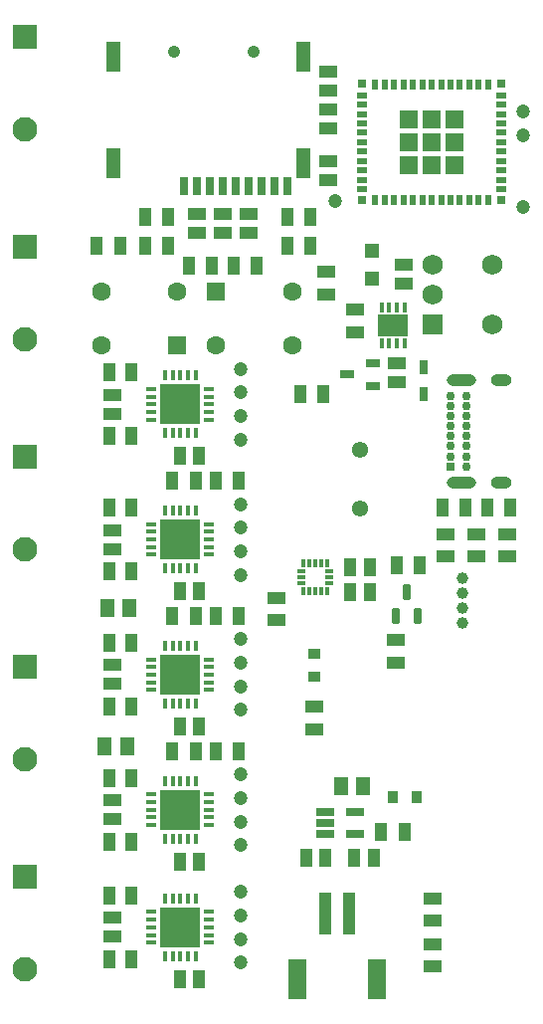
<source format=gts>
G04*
G04 #@! TF.GenerationSoftware,Altium Limited,Altium Designer,25.3.3 (18)*
G04*
G04 Layer_Color=8388736*
%FSLAX44Y44*%
%MOMM*%
G71*
G04*
G04 #@! TF.SameCoordinates,E74E417C-EFC3-4B03-BFDF-08B39AB8E956*
G04*
G04*
G04 #@! TF.FilePolarity,Negative*
G04*
G01*
G75*
%ADD47R,1.1200X1.5700*%
%ADD48R,1.5500X1.5500*%
%ADD49R,0.8000X0.8000*%
%ADD50R,0.5000X0.9000*%
%ADD51R,0.9000X0.5000*%
%ADD52R,0.7200X1.5000*%
%ADD53R,1.2000X2.5000*%
%ADD54R,1.6000X3.5000*%
%ADD55R,1.1000X3.6000*%
%ADD56R,0.7000X0.4000*%
%ADD57R,0.4000X0.7000*%
%ADD58R,1.1500X1.5000*%
%ADD59R,1.5500X1.0500*%
%ADD60R,1.1000X0.9000*%
%ADD61R,1.1000X1.5500*%
%ADD62R,1.5500X1.1000*%
%ADD63R,3.3500X3.3500*%
G04:AMPARAMS|DCode=64|XSize=0.91mm|YSize=0.42mm|CornerRadius=0.09mm|HoleSize=0mm|Usage=FLASHONLY|Rotation=0.000|XOffset=0mm|YOffset=0mm|HoleType=Round|Shape=RoundedRectangle|*
%AMROUNDEDRECTD64*
21,1,0.9100,0.2400,0,0,0.0*
21,1,0.7300,0.4200,0,0,0.0*
1,1,0.1800,0.3650,-0.1200*
1,1,0.1800,-0.3650,-0.1200*
1,1,0.1800,-0.3650,0.1200*
1,1,0.1800,0.3650,0.1200*
%
%ADD64ROUNDEDRECTD64*%
G04:AMPARAMS|DCode=65|XSize=0.91mm|YSize=0.42mm|CornerRadius=0.09mm|HoleSize=0mm|Usage=FLASHONLY|Rotation=90.000|XOffset=0mm|YOffset=0mm|HoleType=Round|Shape=RoundedRectangle|*
%AMROUNDEDRECTD65*
21,1,0.9100,0.2400,0,0,90.0*
21,1,0.7300,0.4200,0,0,90.0*
1,1,0.1800,0.1200,0.3650*
1,1,0.1800,0.1200,-0.3650*
1,1,0.1800,-0.1200,-0.3650*
1,1,0.1800,-0.1200,0.3650*
%
%ADD65ROUNDEDRECTD65*%
%ADD66R,1.5700X1.1200*%
%ADD67R,1.0500X1.5500*%
%ADD68R,0.9000X1.1000*%
%ADD69R,1.2500X1.2500*%
G04:AMPARAMS|DCode=70|XSize=1.36mm|YSize=0.71mm|CornerRadius=0.2025mm|HoleSize=0mm|Usage=FLASHONLY|Rotation=90.000|XOffset=0mm|YOffset=0mm|HoleType=Round|Shape=RoundedRectangle|*
%AMROUNDEDRECTD70*
21,1,1.3600,0.3050,0,0,90.0*
21,1,0.9550,0.7100,0,0,90.0*
1,1,0.4050,0.1525,0.4775*
1,1,0.4050,0.1525,-0.4775*
1,1,0.4050,-0.1525,-0.4775*
1,1,0.4050,-0.1525,0.4775*
%
%ADD70ROUNDEDRECTD70*%
%ADD71R,1.4900X1.0600*%
%ADD72R,0.4500X0.9000*%
%ADD73R,2.6000X1.8500*%
%ADD74R,1.2500X0.7000*%
%ADD75R,0.6500X1.2100*%
%ADD76R,1.5000X0.7000*%
%ADD77C,1.0500*%
%ADD78C,2.1000*%
%ADD79R,2.1000X2.1000*%
%ADD80C,0.7500*%
%ADD81R,0.7500X0.7500*%
%ADD82O,2.5000X1.0000*%
%ADD83O,1.8000X1.0000*%
%ADD84C,0.6000*%
%ADD85C,1.7350*%
%ADD86R,1.7350X1.7350*%
%ADD87C,1.2000*%
%ADD88C,1.0000*%
%ADD89R,1.6080X1.6080*%
%ADD90C,1.6080*%
%ADD91C,1.3800*%
D47*
X319701Y119000D02*
D03*
X303501D02*
D03*
X344300D02*
D03*
X360500D02*
D03*
X357100Y366000D02*
D03*
X340900D02*
D03*
X357100Y345000D02*
D03*
X340900D02*
D03*
X212100Y116000D02*
D03*
X195900D02*
D03*
X212100Y231000D02*
D03*
X195900D02*
D03*
X212100Y346000D02*
D03*
X195900D02*
D03*
X212100Y461000D02*
D03*
X195900D02*
D03*
X212100Y16000D02*
D03*
X195900D02*
D03*
D48*
X390250Y747750D02*
D03*
X410000D02*
D03*
X429750D02*
D03*
Y728000D02*
D03*
Y708250D02*
D03*
X410000D02*
D03*
X390250D02*
D03*
Y728000D02*
D03*
X410000D02*
D03*
D49*
X350500Y777500D02*
D03*
Y678500D02*
D03*
X469500D02*
D03*
Y777500D02*
D03*
D50*
X362000Y777000D02*
D03*
X370000D02*
D03*
X378000D02*
D03*
X386000D02*
D03*
X394000D02*
D03*
X402000D02*
D03*
X410000D02*
D03*
X418000D02*
D03*
X426000D02*
D03*
X434000D02*
D03*
X442000D02*
D03*
X450000D02*
D03*
X458000D02*
D03*
Y679000D02*
D03*
X450000D02*
D03*
X442000D02*
D03*
X434000D02*
D03*
X426000D02*
D03*
X418000D02*
D03*
X410000D02*
D03*
X402000D02*
D03*
X394000D02*
D03*
X386000D02*
D03*
X378000D02*
D03*
X370000D02*
D03*
X362000D02*
D03*
D51*
X469000Y768000D02*
D03*
Y760000D02*
D03*
Y752000D02*
D03*
Y744000D02*
D03*
Y736000D02*
D03*
Y728000D02*
D03*
Y720000D02*
D03*
Y712000D02*
D03*
Y704000D02*
D03*
Y696000D02*
D03*
Y688000D02*
D03*
X351000D02*
D03*
Y696000D02*
D03*
Y704000D02*
D03*
Y712000D02*
D03*
Y720000D02*
D03*
Y728000D02*
D03*
Y736000D02*
D03*
Y744000D02*
D03*
Y752000D02*
D03*
Y760000D02*
D03*
Y768000D02*
D03*
D52*
X253756Y690420D02*
D03*
X231756D02*
D03*
X209756D02*
D03*
X286756D02*
D03*
X242756D02*
D03*
X220756D02*
D03*
X264756D02*
D03*
X275756D02*
D03*
X198756D02*
D03*
D53*
X300556Y800420D02*
D03*
Y710420D02*
D03*
X139056D02*
D03*
Y800420D02*
D03*
D54*
X363000Y16000D02*
D03*
X296000D02*
D03*
D55*
X339501Y71500D02*
D03*
X319501D02*
D03*
D56*
X323000Y363000D02*
D03*
Y358000D02*
D03*
Y353000D02*
D03*
X299000D02*
D03*
Y358000D02*
D03*
Y363000D02*
D03*
D57*
X321000Y346000D02*
D03*
X316000D02*
D03*
X311000D02*
D03*
X306000D02*
D03*
X301000D02*
D03*
Y370000D02*
D03*
X306000D02*
D03*
X311000D02*
D03*
X316000D02*
D03*
X321000D02*
D03*
D58*
X131500Y214000D02*
D03*
X150500D02*
D03*
X332500Y180000D02*
D03*
X351500D02*
D03*
X152500Y332000D02*
D03*
X133500D02*
D03*
D59*
X310000Y228000D02*
D03*
Y248000D02*
D03*
X320000Y598000D02*
D03*
Y618000D02*
D03*
D60*
X310000Y273000D02*
D03*
Y293000D02*
D03*
D61*
X476500Y417000D02*
D03*
X457500D02*
D03*
X438500Y417000D02*
D03*
X419500D02*
D03*
X380500Y368000D02*
D03*
X399500D02*
D03*
X135500Y187000D02*
D03*
X154500D02*
D03*
X135500Y133000D02*
D03*
X154500D02*
D03*
X135500Y302000D02*
D03*
X154500D02*
D03*
X135500Y248000D02*
D03*
X154500D02*
D03*
X154500Y417000D02*
D03*
X135500D02*
D03*
X154500Y363000D02*
D03*
X135500D02*
D03*
X135500Y532000D02*
D03*
X154500D02*
D03*
Y478000D02*
D03*
X135500D02*
D03*
X245500Y440000D02*
D03*
X226500D02*
D03*
X226500Y325000D02*
D03*
X245500D02*
D03*
X245500Y210000D02*
D03*
X226500D02*
D03*
X306500Y640000D02*
D03*
X287500D02*
D03*
X241500Y623000D02*
D03*
X260500D02*
D03*
X166500Y664000D02*
D03*
X185500D02*
D03*
X222500Y623000D02*
D03*
X203500D02*
D03*
X166500Y640000D02*
D03*
X185500D02*
D03*
X154500Y33000D02*
D03*
X135500D02*
D03*
X154500Y87000D02*
D03*
X135500D02*
D03*
D62*
X474000Y375500D02*
D03*
Y394500D02*
D03*
X448000Y375500D02*
D03*
Y394500D02*
D03*
X422000Y375500D02*
D03*
Y394500D02*
D03*
X411000Y26500D02*
D03*
Y45500D02*
D03*
Y84500D02*
D03*
Y65500D02*
D03*
X278000Y340500D02*
D03*
Y321500D02*
D03*
X379500Y304500D02*
D03*
Y285500D02*
D03*
X345000Y585500D02*
D03*
Y566500D02*
D03*
D63*
X196000Y390000D02*
D03*
X196000Y275000D02*
D03*
X196000Y160000D02*
D03*
X196000Y60000D02*
D03*
X196000Y505000D02*
D03*
D64*
X220500Y403000D02*
D03*
Y396500D02*
D03*
Y390000D02*
D03*
Y383500D02*
D03*
Y377000D02*
D03*
X171500D02*
D03*
Y383500D02*
D03*
Y390000D02*
D03*
Y396500D02*
D03*
Y403000D02*
D03*
X171500Y288000D02*
D03*
Y281500D02*
D03*
Y275000D02*
D03*
Y268500D02*
D03*
Y262000D02*
D03*
X220500D02*
D03*
Y268500D02*
D03*
Y275000D02*
D03*
Y281500D02*
D03*
Y288000D02*
D03*
X171500Y173000D02*
D03*
Y166500D02*
D03*
Y160000D02*
D03*
Y153500D02*
D03*
Y147000D02*
D03*
X220500D02*
D03*
Y153500D02*
D03*
Y160000D02*
D03*
Y166500D02*
D03*
Y173000D02*
D03*
X171500Y73000D02*
D03*
Y66500D02*
D03*
Y60000D02*
D03*
Y53500D02*
D03*
Y47000D02*
D03*
X220500D02*
D03*
Y53500D02*
D03*
Y60000D02*
D03*
Y66500D02*
D03*
Y73000D02*
D03*
X220500Y518000D02*
D03*
Y511500D02*
D03*
Y505000D02*
D03*
Y498500D02*
D03*
Y492000D02*
D03*
X171500D02*
D03*
Y498500D02*
D03*
Y505000D02*
D03*
Y511500D02*
D03*
Y518000D02*
D03*
D65*
X183000Y414500D02*
D03*
X189500D02*
D03*
X196000D02*
D03*
X202500D02*
D03*
X209000D02*
D03*
Y365500D02*
D03*
X202500D02*
D03*
X196000D02*
D03*
X189500D02*
D03*
X183000D02*
D03*
X183000Y250500D02*
D03*
X189500D02*
D03*
X196000D02*
D03*
X202500D02*
D03*
X209000D02*
D03*
Y299500D02*
D03*
X202500D02*
D03*
X196000D02*
D03*
X189500D02*
D03*
X183000D02*
D03*
X183000Y135500D02*
D03*
X189500D02*
D03*
X196000D02*
D03*
X202500D02*
D03*
X209000D02*
D03*
Y184500D02*
D03*
X202500D02*
D03*
X196000D02*
D03*
X189500D02*
D03*
X183000D02*
D03*
X183000Y35500D02*
D03*
X189500D02*
D03*
X196000D02*
D03*
X202500D02*
D03*
X209000D02*
D03*
Y84500D02*
D03*
X202500D02*
D03*
X196000D02*
D03*
X189500D02*
D03*
X183000D02*
D03*
X183000Y529500D02*
D03*
X189500D02*
D03*
X196000D02*
D03*
X202500D02*
D03*
X209000D02*
D03*
Y480500D02*
D03*
X202500D02*
D03*
X196000D02*
D03*
X189500D02*
D03*
X183000D02*
D03*
D66*
X322000Y712100D02*
D03*
Y695900D02*
D03*
X138000Y168100D02*
D03*
Y151900D02*
D03*
X138000Y266900D02*
D03*
Y283100D02*
D03*
X138000Y398100D02*
D03*
Y381900D02*
D03*
X138000Y513100D02*
D03*
Y496900D02*
D03*
X322000Y756100D02*
D03*
Y739900D02*
D03*
Y788000D02*
D03*
Y771800D02*
D03*
X254000Y650900D02*
D03*
Y667100D02*
D03*
X231756Y667100D02*
D03*
Y650900D02*
D03*
X138000Y68100D02*
D03*
Y51900D02*
D03*
D67*
X189000Y210000D02*
D03*
X209000D02*
D03*
X209000Y325000D02*
D03*
X189000D02*
D03*
X189000Y440000D02*
D03*
X209000D02*
D03*
X387000Y141000D02*
D03*
X367000D02*
D03*
X125000Y640000D02*
D03*
X145000D02*
D03*
X318000Y514000D02*
D03*
X298000D02*
D03*
X286756Y664000D02*
D03*
X306756D02*
D03*
D68*
X377000Y171000D02*
D03*
X397000D02*
D03*
D69*
X359000Y612250D02*
D03*
Y635750D02*
D03*
D70*
X389000Y344800D02*
D03*
X398500Y325200D02*
D03*
X379500D02*
D03*
D71*
X386000Y607600D02*
D03*
Y623400D02*
D03*
X380000Y524100D02*
D03*
Y539900D02*
D03*
X210000Y666900D02*
D03*
Y651100D02*
D03*
D72*
X386750Y587000D02*
D03*
X380250D02*
D03*
X386750Y557000D02*
D03*
X380250D02*
D03*
X367250D02*
D03*
X373750Y587000D02*
D03*
X367250D02*
D03*
X373750Y557000D02*
D03*
D73*
X377000Y572000D02*
D03*
D74*
X338000Y530400D02*
D03*
X360000Y540000D02*
D03*
Y520800D02*
D03*
D75*
X403000Y513600D02*
D03*
Y536400D02*
D03*
D76*
X344500Y158500D02*
D03*
Y139500D02*
D03*
X319500D02*
D03*
Y149000D02*
D03*
Y158500D02*
D03*
D77*
X258556Y804620D02*
D03*
X190556D02*
D03*
D78*
X64000Y24000D02*
D03*
Y202750D02*
D03*
Y381501D02*
D03*
Y560250D02*
D03*
Y739000D02*
D03*
D79*
Y103000D02*
D03*
Y281750D02*
D03*
Y460500D02*
D03*
Y639250D02*
D03*
Y818000D02*
D03*
D80*
X439250Y486250D02*
D03*
X425750Y477750D02*
D03*
X439250D02*
D03*
X425750Y486250D02*
D03*
X439250Y494750D02*
D03*
X425750Y469250D02*
D03*
X439250Y460750D02*
D03*
Y503250D02*
D03*
X425750D02*
D03*
Y460750D02*
D03*
X439250Y452250D02*
D03*
Y511750D02*
D03*
X425750D02*
D03*
X439250Y469250D02*
D03*
X425750Y494750D02*
D03*
D81*
Y452250D02*
D03*
D82*
X435550Y525250D02*
D03*
Y438750D02*
D03*
D83*
X469350Y525250D02*
D03*
Y438750D02*
D03*
D84*
X196000Y390000D02*
D03*
X206000Y380000D02*
D03*
X196000D02*
D03*
X186000D02*
D03*
X206000Y390000D02*
D03*
Y400000D02*
D03*
X196000D02*
D03*
X186000D02*
D03*
Y390000D02*
D03*
X186000Y275000D02*
D03*
Y285000D02*
D03*
X196000D02*
D03*
X206000D02*
D03*
Y275000D02*
D03*
X186000Y265000D02*
D03*
X196000D02*
D03*
X206000D02*
D03*
X196000Y275000D02*
D03*
X186000Y160000D02*
D03*
Y170000D02*
D03*
X196000D02*
D03*
X206000D02*
D03*
Y160000D02*
D03*
X186000Y150000D02*
D03*
X196000D02*
D03*
X206000D02*
D03*
X196000Y160000D02*
D03*
X186000Y60000D02*
D03*
Y70000D02*
D03*
X196000D02*
D03*
X206000D02*
D03*
Y60000D02*
D03*
X186000Y50000D02*
D03*
X196000D02*
D03*
X206000D02*
D03*
X196000Y60000D02*
D03*
X196000Y505000D02*
D03*
X206000Y495000D02*
D03*
X196000D02*
D03*
X186000D02*
D03*
X206000Y505000D02*
D03*
Y515000D02*
D03*
X196000D02*
D03*
X186000D02*
D03*
Y505000D02*
D03*
D85*
X462000Y623400D02*
D03*
Y572600D02*
D03*
X411200Y623400D02*
D03*
Y598000D02*
D03*
D86*
Y572600D02*
D03*
D87*
X247000Y130000D02*
D03*
X247000Y150000D02*
D03*
X247000Y170000D02*
D03*
Y190000D02*
D03*
X247000Y245000D02*
D03*
X247000Y265000D02*
D03*
X247000Y285000D02*
D03*
Y305000D02*
D03*
X247000Y360000D02*
D03*
X247000Y380000D02*
D03*
X247000Y400000D02*
D03*
Y420000D02*
D03*
X247000Y475000D02*
D03*
Y515000D02*
D03*
Y535000D02*
D03*
X247000Y495000D02*
D03*
X328000Y678000D02*
D03*
X488000Y673000D02*
D03*
X488000Y734000D02*
D03*
X488000Y754000D02*
D03*
X247000Y30000D02*
D03*
X247000Y50000D02*
D03*
X247000Y70000D02*
D03*
Y90000D02*
D03*
D88*
X436000Y319300D02*
D03*
Y332000D02*
D03*
Y344700D02*
D03*
Y357400D02*
D03*
D89*
X193500Y555500D02*
D03*
X226500Y600500D02*
D03*
D90*
X128500Y555500D02*
D03*
X193500Y600500D02*
D03*
X128500D02*
D03*
X291500Y555500D02*
D03*
X226500D02*
D03*
X291500Y600500D02*
D03*
D91*
X349000Y416000D02*
D03*
Y466000D02*
D03*
M02*

</source>
